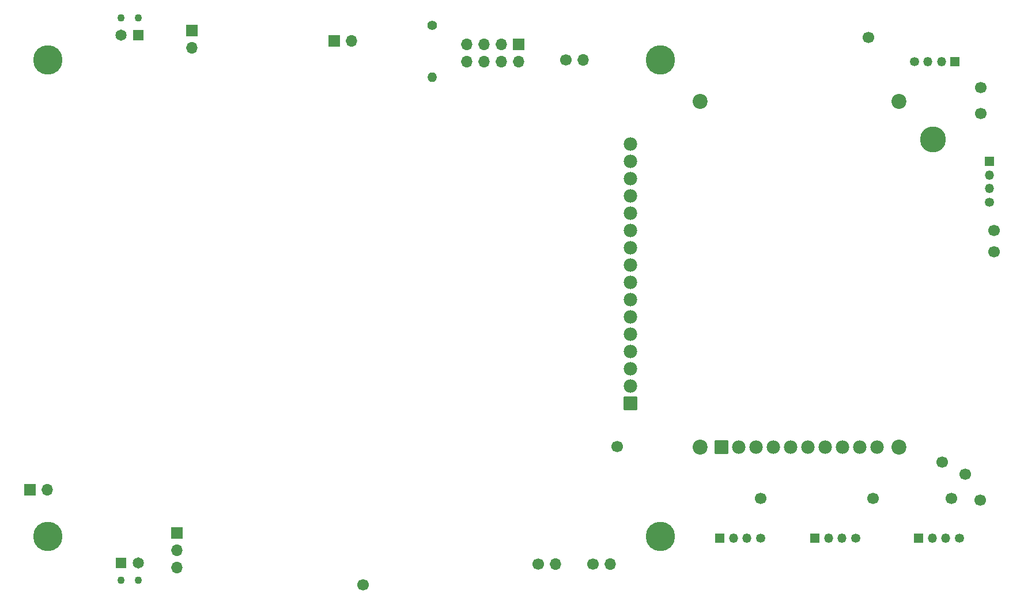
<source format=gbs>
G04 #@! TF.GenerationSoftware,KiCad,Pcbnew,9.0.5*
G04 #@! TF.CreationDate,2025-12-17T13:43:09-06:00*
G04 #@! TF.ProjectId,SensorBoard,53656e73-6f72-4426-9f61-72642e6b6963,v8.0.2*
G04 #@! TF.SameCoordinates,Original*
G04 #@! TF.FileFunction,Soldermask,Bot*
G04 #@! TF.FilePolarity,Negative*
%FSLAX46Y46*%
G04 Gerber Fmt 4.6, Leading zero omitted, Abs format (unit mm)*
G04 Created by KiCad (PCBNEW 9.0.5) date 2025-12-17 13:43:09*
%MOMM*%
%LPD*%
G01*
G04 APERTURE LIST*
G04 Aperture macros list*
%AMRoundRect*
0 Rectangle with rounded corners*
0 $1 Rounding radius*
0 $2 $3 $4 $5 $6 $7 $8 $9 X,Y pos of 4 corners*
0 Add a 4 corners polygon primitive as box body*
4,1,4,$2,$3,$4,$5,$6,$7,$8,$9,$2,$3,0*
0 Add four circle primitives for the rounded corners*
1,1,$1+$1,$2,$3*
1,1,$1+$1,$4,$5*
1,1,$1+$1,$6,$7*
1,1,$1+$1,$8,$9*
0 Add four rect primitives between the rounded corners*
20,1,$1+$1,$2,$3,$4,$5,0*
20,1,$1+$1,$4,$5,$6,$7,0*
20,1,$1+$1,$6,$7,$8,$9,0*
20,1,$1+$1,$8,$9,$2,$3,0*%
G04 Aperture macros list end*
%ADD10C,1.400000*%
%ADD11O,1.400000X1.400000*%
%ADD12R,1.700000X1.700000*%
%ADD13O,1.700000X1.700000*%
%ADD14C,1.700000*%
%ADD15R,1.350000X1.350000*%
%ADD16O,1.350000X1.350000*%
%ADD17C,1.350000*%
%ADD18C,2.200000*%
%ADD19RoundRect,0.102000X0.889000X-0.889000X0.889000X0.889000X-0.889000X0.889000X-0.889000X-0.889000X0*%
%ADD20C,1.982000*%
%ADD21C,4.318000*%
%ADD22C,1.100000*%
%ADD23R,1.650000X1.650000*%
%ADD24C,1.650000*%
%ADD25C,3.810000*%
%ADD26RoundRect,0.102000X0.889000X0.889000X-0.889000X0.889000X-0.889000X-0.889000X0.889000X-0.889000X0*%
G04 APERTURE END LIST*
D10*
X110490000Y-35941000D03*
D11*
X110490000Y-43561000D03*
D12*
X75184000Y-36700000D03*
D13*
X75184000Y-39240000D03*
D14*
X193040000Y-66040000D03*
D15*
X166720000Y-111252000D03*
D16*
X168720000Y-111252000D03*
X170720000Y-111252000D03*
D17*
X172720000Y-111252000D03*
D14*
X191135000Y-48895000D03*
X158750000Y-105410000D03*
X186817000Y-105410000D03*
X191135000Y-45085000D03*
X126111000Y-115062000D03*
D13*
X128651000Y-115062000D03*
D14*
X174625000Y-37719000D03*
D15*
X187325000Y-41275000D03*
D16*
X185325000Y-41275000D03*
X183325000Y-41275000D03*
D17*
X181325000Y-41275000D03*
D14*
X188849000Y-101854000D03*
D18*
X149860000Y-47044475D03*
X149860000Y-97844475D03*
X179070000Y-47044475D03*
X179070000Y-97844475D03*
D19*
X153035000Y-97844475D03*
D20*
X155575000Y-97844475D03*
X158115000Y-97844475D03*
X160655000Y-97844475D03*
X163195000Y-97844475D03*
X165735000Y-97844475D03*
X168275000Y-97844475D03*
X170815000Y-97844475D03*
X173355000Y-97844475D03*
X175895000Y-97844475D03*
D12*
X96139000Y-38227000D03*
D13*
X98679000Y-38227000D03*
D12*
X123190000Y-38735000D03*
D13*
X120650000Y-38735000D03*
X118110000Y-38735000D03*
X115570000Y-38735000D03*
X115570000Y-41275000D03*
X118110000Y-41275000D03*
X120650000Y-41275000D03*
X123190000Y-41275000D03*
D14*
X137668000Y-97790000D03*
D21*
X144000000Y-41000000D03*
X144000000Y-111000000D03*
X54000000Y-41000000D03*
D22*
X67310000Y-34798000D03*
X64770000Y-34798000D03*
D23*
X67310000Y-37338000D03*
D24*
X64770000Y-37338000D03*
D14*
X100330000Y-118110000D03*
D25*
X184095526Y-52698250D03*
D26*
X139645526Y-91433250D03*
D20*
X139645526Y-88893250D03*
X139645526Y-86353250D03*
X139645526Y-83813250D03*
X139645526Y-81273250D03*
X139645526Y-78733250D03*
X139645526Y-76193250D03*
X139645526Y-73653250D03*
X139645526Y-71113250D03*
X139645526Y-68573250D03*
X139645526Y-66033250D03*
X139645526Y-63493250D03*
X139645526Y-60953250D03*
X139645526Y-58413250D03*
X139645526Y-55873250D03*
X139645526Y-53333250D03*
D21*
X54000000Y-111000000D03*
D15*
X152750000Y-111252000D03*
D16*
X154750000Y-111252000D03*
X156750000Y-111252000D03*
D17*
X158750000Y-111252000D03*
D22*
X64770000Y-117475000D03*
X67310000Y-117475000D03*
D23*
X64770000Y-114935000D03*
D24*
X67310000Y-114935000D03*
D15*
X181960000Y-111252000D03*
D16*
X183960000Y-111252000D03*
X185960000Y-111252000D03*
D17*
X187960000Y-111252000D03*
D14*
X134112000Y-115062000D03*
D13*
X136652000Y-115062000D03*
D14*
X193040000Y-69215000D03*
X185420000Y-100076000D03*
X175260000Y-105410000D03*
X130170000Y-41000000D03*
D13*
X132710000Y-41000000D03*
D12*
X51430000Y-104140000D03*
D13*
X53970000Y-104140000D03*
D14*
X191008000Y-105664000D03*
D12*
X73025000Y-110490000D03*
D13*
X73025000Y-113030000D03*
X73025000Y-115570000D03*
D15*
X192405000Y-55880000D03*
D16*
X192405000Y-57880000D03*
X192405000Y-59880000D03*
D17*
X192405000Y-61880000D03*
M02*

</source>
